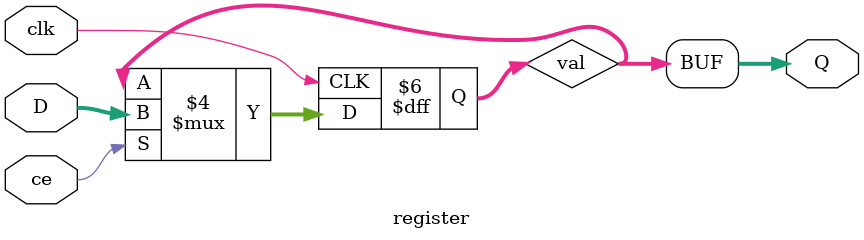
<source format=v>
`timescale 1ns / 1ps

module register #
(
    parameter N = 8
)
(
    input clk,
    input ce,
    input [N-1:0] D,
    output [N-1:0] Q   
);

reg [N-1:0] val = 0;

always @(posedge clk)
begin
    if (ce) val <= D;
    else val <= val;
end
assign Q = val;

endmodule
// Jakub Glod 417193
</source>
